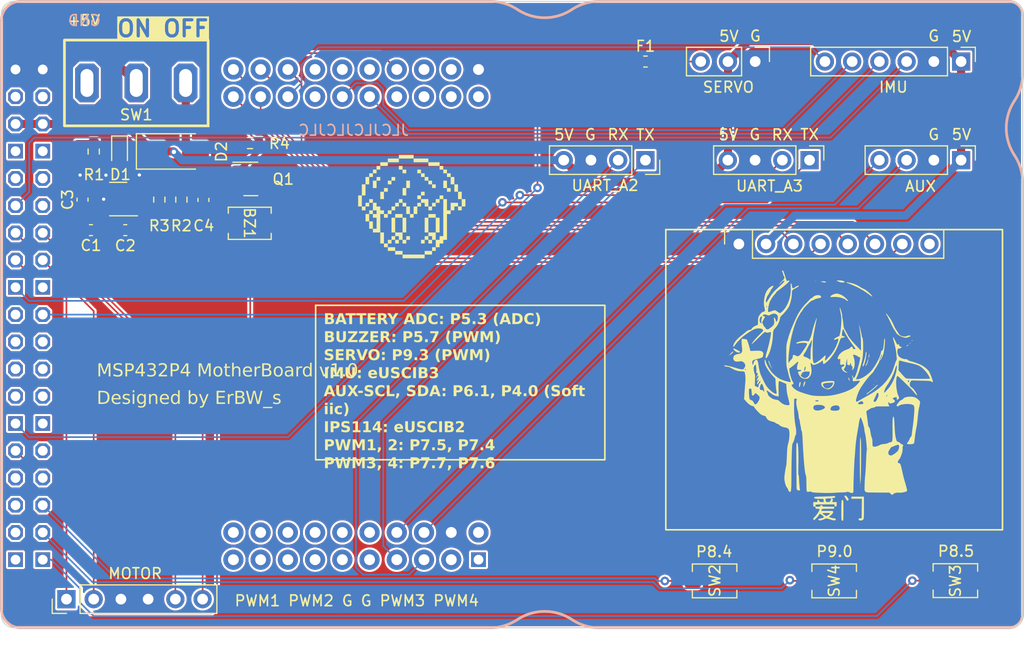
<source format=kicad_pcb>
(kicad_pcb (version 20221018) (generator pcbnew)
  (layers (0 "F.Cu" signal) (31 "B.Cu" signal) (34 "B.Paste" user) (35 "F.Paste" user) (36 "B.SilkS" user "B.Silkscreen") (37 "F.SilkS" user "F.Silkscreen") (38 "B.Mask" user) (39 "F.Mask" user) (44 "Edge.Cuts" user))
  (net 0 "")
  (net 1 "+3V3")
  (net 2 "Net-(BZ1-+)")
  (net 3 "GND")
  (net 4 "Net-(U1-NC)")
  (net 5 "/BATTERY")
  (net 6 "Net-(D1-A)")
  (net 7 "+5V")
  (net 8 "Net-(D2-A)")
  (net 9 "/SERVO")
  (net 10 "Net-(J1-Pin_3)")
  (net 11 "/PWM1")
  (net 12 "/DIR1")
  (net 13 "/PWM2")
  (net 14 "/DIR2")
  (net 15 "/A3_TX")
  (net 16 "/A3_RX")
  (net 17 "/IPS_SCL")
  (net 18 "/IPS_SDA")
  (net 19 "/IPS_RES")
  (net 20 "/IPS_DC")
  (net 21 "/IPS_CS")
  (net 23 "/A2_TX")
  (net 24 "/A2_RX")
  (net 25 "/IMU_SPC")
  (net 26 "/IMU_SDI")
  (net 27 "/IMU_SDO")
  (net 28 "/IMU_CS")
  (net 29 "/AUX_SCL")
  (net 30 "/AUX_SDA")
  (net 31 "/BUZZER")
  (net 32 "VBUS")
  (net 59 "/ENCODER_A")
  (net 61 "/ENCODER_B")
  (net 63 "/KEY_CENTER")
  (footprint "Connector_PinSocket_2.54mm:PinSocket_1x04_P2.54mm_Vertical" (layer "F.Cu") (at 161.1884 85.8474 -90)
    (fp_text reference "J5" hide)
    (fp_text value "Conn_01x04")
    (pad "1" thru_hole rect (at 0 0 270) (size 1.7 1.7) (drill 1) (layers "*.Cu" "*.Mask") (net 23 "/A2_TX"))
    (pad "2" thru_hole oval (at 0 2.54 270) (size 1.7 1.7) (drill 1) (layers "*.Cu" "*.Mask") (net 24 "/A2_RX"))
    (pad "3" thru_hole oval (at 0 5.08 270) (size 1.7 1.7) (drill 1) (layers "*.Cu" "*.Mask") (net 3 "GND"))
    (pad "4" thru_hole oval (at 0 7.62 270) (size 1.7 1.7) (drill 1) (layers "*.Cu" "*.Mask") (net 7 "+5V"))
  )
  (footprint "ErBW_s:Elysia" (layer "F.Cu") (at 179.2224 107.696)
    (fp_text reference "G***" hide)
    (fp_text value "LOGO" hide)
  )
  (footprint "Resistor_SMD:R_0603_1608Metric" (layer "F.Cu") (at 115.8494 89.5304 -90)
    (fp_text reference "R2" (at 2.4384 -2.0574 -180) (layer "F.SilkS"))
    (fp_text value "10K")
    (pad "1" smd roundrect (at -0.825 0 270) (size 0.8 0.95) (layers "F.Cu" "F.Paste" "F.Mask") (net 7 "+5V"))
    (pad "2" smd roundrect (at 0.825 0 270) (size 0.8 0.95) (layers "F.Cu" "F.Paste" "F.Mask") (net 5 "/BATTERY"))
  )
  (footprint "Package_TO_SOT_SMD:SOT-23-5" (layer "F.Cu") (at 112.014 89.4796 180)
    (fp_text reference "U1" hide)
    (fp_text value "RT9013-33GB")
    (pad "1" smd roundrect (at -1.1375 -0.95 180) (size 1.325 0.6) (layers "F.Cu" "F.Paste" "F.Mask") (net 7 "+5V"))
    (pad "2" smd roundrect (at -1.1375 0 180) (size 1.325 0.6) (layers "F.Cu" "F.Paste" "F.Mask") (net 3 "GND"))
    (pad "3" smd roundrect (at -1.1375 0.95 180) (size 1.325 0.6) (layers "F.Cu" "F.Paste" "F.Mask") (net 7 "+5V"))
    (pad "4" smd roundrect (at 1.1375 0.95 180) (size 1.325 0.6) (layers "F.Cu" "F.Paste" "F.Mask") (net 4 "Net-(U1-NC)"))
    (pad "5" smd roundrect (at 1.1375 -0.95 180) (size 1.325 0.6) (layers "F.Cu" "F.Paste" "F.Mask") (net 1 "+3V3"))
  )
  (footprint "Connector_PinSocket_2.54mm:PinSocket_1x08_P2.54mm_Vertical" (layer "F.Cu") (at 169.9006 93.6706 90)
    (fp_text reference "J4" hide)
    (fp_text value "Conn_01x08")
    (pad "1" thru_hole rect (at 0 0 90) (size 1.7 1.7) (drill 1) (layers "*.Cu" "*.Mask") (net 3 "GND"))
    (pad "2" thru_hole oval (at 0 2.54 90) (size 1.7 1.7) (drill 1) (layers "*.Cu" "*.Mask") (net 7 "+5V"))
    (pad "3" thru_hole oval (at 0 5.08 90) (size 1.7 1.7) (drill 1) (layers "*.Cu" "*.Mask") (net 17 "/IPS_SCL"))
    (pad "4" thru_hole oval (at 0 7.62 90) (size 1.7 1.7) (drill 1) (layers "*.Cu" "*.Mask") (net 18 "/IPS_SDA"))
    (pad "5" thru_hole oval (at 0 10.16 90) (size 1.7 1.7) (drill 1) (layers "*.Cu" "*.Mask") (net 19 "/IPS_RES"))
    (pad "6" thru_hole oval (at 0 12.7 90) (size 1.7 1.7) (drill 1) (layers "*.Cu" "*.Mask") (net 20 "/IPS_DC"))
    (pad "7" thru_hole oval (at 0 15.24 90) (size 1.7 1.7) (drill 1) (layers "*.Cu" "*.Mask") (net 21 "/IPS_CS"))
    (pad "8" thru_hole oval (at 0 17.78 90) (size 1.7 1.7) (drill 1) (layers "*.Cu" "*.Mask"))
  )
  (footprint "Connector_PinHeader_2.54mm:PinHeader_1x04_P2.54mm_Vertical" (layer "F.Cu") (at 190.627 85.8474 -90)
    (fp_text reference "J7" hide)
    (fp_text value "Conn_01x04")
    (pad "1" thru_hole rect (at 0 0 270) (size 1.7 1.7) (drill 1) (layers "*.Cu" "*.Mask") (net 7 "+5V"))
    (pad "2" thru_hole oval (at 0 2.54 270) (size 1.7 1.7) (drill 1) (layers "*.Cu" "*.Mask") (net 3 "GND"))
    (pad "3" thru_hole oval (at 0 5.08 270) (size 1.7 1.7) (drill 1) (layers "*.Cu" "*.Mask") (net 29 "/AUX_SCL"))
    (pad "4" thru_hole oval (at 0 7.62 270) (size 1.7 1.7) (drill 1) (layers "*.Cu" "*.Mask") (net 30 "/AUX_SDA"))
  )
  (footprint "Connector_PinHeader_2.54mm:PinHeader_1x06_P2.54mm_Vertical" (layer "F.Cu") (at 190.626999 76.6526 -90)
    (fp_text reference "J6" hide)
    (fp_text value "Conn_01x06")
    (pad "1" thru_hole rect (at 0 0 270) (size 1.7 1.7) (drill 1) (layers "*.Cu" "*.Mask") (net 7 "+5V"))
    (pad "2" thru_hole oval (at 0 2.54 270) (size 1.7 1.7) (drill 1) (layers "*.Cu" "*.Mask") (net 3 "GND"))
    (pad "3" thru_hole oval (at 0 5.08 270) (size 1.7 1.7) (drill 1) (layers "*.Cu" "*.Mask") (net 25 "/IMU_SPC"))
    (pad "4" thru_hole oval (at 0 7.62 270) (size 1.7 1.7) (drill 1) (layers "*.Cu" "*.Mask") (net 26 "/IMU_SDI"))
    (pad "5" thru_hole oval (at 0 10.16 270) (size 1.7 1.7) (drill 1) (layers "*.Cu" "*.Mask") (net 27 "/IMU_SDO"))
    (pad "6" thru_hole oval (at 0 12.7 270) (size 1.7 1.7) (drill 1) (layers "*.Cu" "*.Mask") (net 28 "/IMU_CS"))
  )
  (footprint "Resistor_SMD:R_0603_1608Metric" (layer "F.Cu") (at 124.3076 84.2472 180)
    (property "Reference" "R?")
    (property "Value" "5K1")
    (fp_text reference "R4" (at -2.7432 -0.0508) (layer "F.SilkS"))
    (fp_text value "10K")
    (pad "1" smd roundrect (at -0.825 0 180) (size 0.8 0.95) (layers "F.Cu" "F.Paste" "F.Mask") (net 31 "/BUZZER"))
    (pad "2" smd roundrect (at 0.825 0 180) (size 0.8 0.95) (layers "F.Cu" "F.Paste" "F.Mask") (net 3 "GND"))
  )
  (footprint "Resistor_SMD:R_0603_1608Metric" (layer "F.Cu") (at 109.73 85.045 -90)
    (fp_text reference "R1" (at 2.159 -0.0254 -180) (layer "F.SilkS"))
    (fp_text value "5K1")
    (pad "1" smd roundrect (at -0.825 0 270) (size 0.8 0.95) (layers "F.Cu" "F.Paste" "F.Mask") (net 1 "+3V3"))
    (pad "2" smd roundrect (at 0.825 0 270) (size 0.8 0.95) (layers "F.Cu" "F.Paste" "F.Mask") (net 6 "Net-(D1-A)"))
  )
  (footprint "Connector_PinHeader_2.54mm:PinHeader_1x06_P2.54mm_Vertical" (layer "F.Cu") (at 107.188 126.7922 90)
    (fp_text reference "J2" hide)
    (fp_text value "Conn_01x06")
    (pad "1" thru_hole rect (at 0 0 90) (size 1.7 1.7) (drill 1) (layers "*.Cu" "*.Mask") (net 11 "/PWM1"))
    (pad "2" thru_hole oval (at 0 2.54 90) (size 1.7 1.7) (drill 1) (layers "*.Cu" "*.Mask") (net 12 "/DIR1"))
    (pad "3" thru_hole oval (at 0 5.08 90) (size 1.7 1.7) (drill 1) (layers "*.Cu" "*.Mask") (net 3 "GND"))
    (pad "4" thru_hole oval (at 0 7.62 90) (size 1.7 1.7) (drill 1) (layers "*.Cu" "*.Mask") (net 3 "GND"))
    (pad "5" thru_hole oval (at 0 10.16 90) (size 1.7 1.7) (drill 1) (layers "*.Cu" "*.Mask") (net 13 "/PWM2"))
    (pad "6" thru_hole oval (at 0 12.7 90) (size 1.7 1.7) (drill 1) (layers "*.Cu" "*.Mask") (net 14 "/DIR2"))
  )
  (footprint "ErBW_s:ErBW_s_1x1cm" (layer "F.Cu") (at 139.3952 90.17)
    (fp_text reference "G***" hide)
    (fp_text value "LOGO" hide)
  )
  (footprint "ErBW_s:BUTTON_3x4" (layer "F.Cu") (at 167.64 125.0904)
    (fp_text reference "SW2" (at 0.0254 -0.0254 90 unlocked) (layer "F.SilkS"))
    (fp_text value "3x4")
    (pad "1" smd roundrect (at -2.035 0) (size 1.53 1.36) (layers "F.Cu" "F.Paste" "F.Mask") (net 59 "/ENCODER_A"))
    (pad "2" smd roundrect (at 2.035 0) (size 1.53 1.36) (layers "F.Cu" "F.Paste" "F.Mask") (net 3 "GND"))
  )
  (footprint "Diode_SMD:D_SMA" (layer "F.Cu") (at 117.221 85.0346)
    (fp_text reference "D2" (at 4.4196 0.0254 -90) (layer "F.SilkS"))
    (fp_text value "1N4148W")
    (pad "1" smd roundrect (at -2 0) (size 2.5 1.8) (layers "F.Cu" "F.Paste" "F.Mask") (roundrect_rratio 0.1388888889) (net 7 "+5V"))
    (pad "2" smd roundrect (at 2 0) (size 2.5 1.8) (layers "F.Cu" "F.Paste" "F.Mask") (roundrect_rratio 0.1388888889) (net 8 "Net-(D2-A)"))
  )
  (footprint "ErBW_s:SPDT_MTS_102" (layer "F.Cu") (at 113.7 78.65 180)
    (fp_text reference "SW1" (at 0 -2.9718 unlocked) (layer "F.SilkS"))
    (fp_text value "SW_SPDT")
    (pad "1" thru_hole roundrect (at -4.6 0 180) (size 2.2 3.6) (drill oval 1.2 2.6) (layers "*.Cu" "*.Mask") (roundrect_rratio 0) (chamfer_ratio 0.2) (chamfer top_left top_right bottom_left bottom_right) (net 8 "Net-(D2-A)"))
    (pad "2" thru_hole roundrect (at 0 0 180) (size 2.2 3.6) (drill oval 1.2 2.6) (layers "*.Cu" "*.Mask") (roundrect_rratio 0) (chamfer_ratio 0.2) (chamfer top_left top_right bottom_left bottom_right) (net 32 "VBUS"))
    (pad "3" thru_hole roundrect (at 4.6 0 180) (size 2.2 3.6) (drill oval 1.2 2.6) (layers "*.Cu" "*.Mask") (roundrect_rratio 0) (chamfer_ratio 0.2) (chamfer top_left top_right bottom_left bottom_right))
  )
  (footprint "Resistor_SMD:R_0603_1608Metric" (layer "F.Cu") (at 117.9068 89.5304 90)
    (fp_text reference "R3" (at -2.4384 -2.0574 180) (layer "F.SilkS"))
    (fp_text value "1K")
    (pad "1" smd roundrect (at -0.825 0 90) (size 0.8 0.95) (layers "F.Cu" "F.Paste" "F.Mask") (net 5 "/BATTERY"))
    (pad "2" smd roundrect (at 0.825 0 90) (size 0.8 0.95) (layers "F.Cu" "F.Paste" "F.Mask") (net 3 "GND"))
  )
  (footprint "ErBW_s:BUTTON_3x4" (layer "F.Cu") (at 178.7906 125.0904)
    (fp_text reference "SW4" (at 0 0 90 unlocked) (layer "F.SilkS"))
    (fp_text value "3x4")
    (pad "1" smd roundrect (at -2.035 0) (size 1.53 1.36) (layers "F.Cu" "F.Paste" "F.Mask") (net 63 "/KEY_CENTER"))
    (pad "2" smd roundrect (at 2.035 0) (size 1.53 1.36) (layers "F.Cu" "F.Paste" "F.Mask") (net 3 "GND"))
  )
  (footprint "Connector_PinHeader_2.54mm:PinHeader_1x04_P2.54mm_Vertical" (layer "F.Cu") (at 176.4946 85.8474 -90)
    (fp_text reference "J3" hide)
    (fp_text value "Conn_01x04")
    (pad "1" thru_hole rect (at 0 0 270) (size 1.7 1.7) (drill 1) (layers "*.Cu" "*.Mask") (net 15 "/A3_TX"))
    (pad "2" thru_hole oval (at 0 2.54 270) (size 1.7 1.7) (drill 1) (layers "*.Cu" "*.Mask") (net 16 "/A3_RX"))
    (pad "3" thru_hole oval (at 0 5.08 270) (size 1.7 1.7) (drill 1) (layers "*.Cu" "*.Mask") (net 3 "GND"))
    (pad "4" thru_hole oval (at 0 7.62 270) (size 1.7 1.7) (drill 1) (layers "*.Cu" "*.Mask") (net 7 "+5V"))
  )
  (footprint "Connector_PinHeader_2.54mm:PinHeader_1x03_P2.54mm_Vertical" (layer "F.Cu") (at 171.4246 76.6526 -90)
    (fp_text reference "J1" hide)
    (fp_text value "SERVO")
    (pad "1" thru_hole rect (at 0 0 270) (size 1.7 1.7) (drill 1) (layers "*.Cu" "*.Mask") (net 3 "GND"))
    (pad "2" thru_hole oval (at 0 2.54 270) (size 1.7 1.7) (drill 1) (layers "*.Cu" "*.Mask") (net 7 "+5V"))
    (pad "3" thru_hole oval (at 0 5.08 270) (size 1.7 1.7) (drill 1) (layers "*.Cu" "*.Mask") (net 10 "Net-(J1-Pin_3)"))
  )
  (footprint "Capacitor_SMD:C_0603_1608Metric" (layer "F.Cu") (at 108.6866 89.5304 -90)
    (fp_text reference "C3" (at 0 1.397 90) (layer "F.SilkS"))
    (fp_text value "10nF")
    (pad "1" smd roundrect (at -0.775 0 270) (size 0.9 0.95) (layers "F.Cu" "F.Paste" "F.Mask") (net 4 "Net-(U1-NC)"))
    (pad "2" smd roundrect (at 0.775 0 270) (size 0.9 0.95) (layers "F.Cu" "F.Paste" "F.Mask") (net 3 "GND"))
  )
  (footprint "ErBW_s:DET-402-G-1" (layer "F.Cu") (at 124.2822 91.7402 180)
    (fp_text reference "BZ1" (at 0.0254 0.0254 270 unlocked) (layer "F.SilkS"))
    (fp_text value "Buzzer")
    (pad "1" smd roundrect (at 2 0 270) (size 1.6 0.8) (layers "F.Cu" "F.Paste" "F.Mask") (net 1 "+3V3"))
    (pad "2" smd roundrect (at -2 0 270) (size 1.6 0.8) (layers "F.Cu" "F.Paste" "F.Mask") (net 2 "Net-(BZ1-+)"))
  )
  (footprint "Capacitor_SMD:C_0603_1608Metric" (layer "F.Cu") (at 109.474 92.3752 180)
    (fp_text reference "C1" (at 0 -1.43) (layer "F.SilkS"))
    (fp_text value "100nF")
    (pad "1" smd roundrect (at -0.775 0 180) (size 0.9 0.95) (layers "F.Cu" "F.Paste" "F.Mask") (net 1 "+3V3"))
    (pad "2" smd roundrect (at 0.775 0 180) (size 0.9 0.95) (layers "F.Cu" "F.Paste" "F.Mask") (net 3 "GND"))
  )
  (footprint "ErBW_s:BUTTON_3x4" (layer "F.Cu") (at 190.0936 125.065)
    (fp_text reference "SW3" (at 0 0.0254 90 unlocked) (layer "F.SilkS"))
    (fp_text value "3x4")
    (pad "1" smd roundrect (at -2.035 0) (size 1.53 1.36) (layers "F.Cu" "F.Paste" "F.Mask") (net 61 "/ENCODER_B"))
    (pad "2" smd roundrect (at 2.035 0) (size 1.53 1.36) (layers "F.Cu" "F.Paste" "F.Mask") (net 3 "GND"))
  )
  (footprint "Capacitor_SMD:C_0603_1608Metric" (layer "F.Cu") (at 119.9642 89.5558 -90)
    (fp_text reference "C4" (at 2.413 -0.0254 -180) (layer "F.SilkS"))
    (fp_text value "10uF")
    (pad "1" smd roundrect (at -0.775 0 270) (size 0.9 0.95) (layers "F.Cu" "F.Paste" "F.Mask") (net 3 "GND"))
    (pad "2" smd roundrect (at 0.775 0 270) (size 0.9 0.95) (layers "F.Cu" "F.Paste" "F.Mask") (net 5 "/BATTERY"))
  )
  (footprint "Capacitor_SMD:C_0603_1608Metric" (layer "F.Cu") (at 112.6744 92.3752)
    (fp_text reference "C2" (at 0 1.4478) (layer "F.SilkS"))
    (fp_text value "10uF")
    (pad "1" smd roundrect (at -0.775 0) (size 0.9 0.95) (layers "F.Cu" "F.Paste" "F.Mask") (net 1 "+3V3"))
    (pad "2" smd roundrect (at 0.775 0) (size 0.9 0.95) (layers "F.Cu" "F.Paste" "F.Mask") (net 3 "GND"))
  )
  (footprint "Fuse:Fuse_0603_1608Metric" (layer "F.Cu") (at 161.1884 76.6526)
    (fp_text reference "F1" (at 0 -1.43) (layer "F.SilkS"))
    (fp_text value "500mA")
    (pad "1" smd roundrect (at -0.7875 0) (size 0.875 0.95) (layers "F.Cu" "F.Paste" "F.Mask") (net 9 "/SERVO"))
    (pad "2" smd roundrect (at 0.7875 0) (size 0.875 0.95) (layers "F.Cu" "F.Paste" "F.Mask") (net 10 "Net-(J1-Pin_3)"))
  )
  (footprint "Package_TO_SOT_SMD:SOT-23" (layer "F.Cu") (at 124.3838 87.6)
    (fp_text reference "Q1" (at 3.0226 0.0254) (layer "F.SilkS"))
    (fp_text value "S8050")
    (pad "1" smd roundrect (at -0.9375 -0.95) (size 1.475 0.6) (layers "F.Cu" "F.Paste" "F.Mask") (net 31 "/BUZZER"))
    (pad "2" smd roundrect (at -0.9375 0.95) (size 1.475 0.6) (layers "F.Cu" "F.Paste" "F.Mask") (net 3 "GND"))
    (pad "3" smd roundrect (at 0.9375 0) (size 1.475 0.6) (layers "F.Cu" "F.Paste" "F.Mask") (net 2 "Net-(BZ1-+)"))
  )
  (footprint "LED_SMD:LED_0603_1608Metric" (layer "F.Cu") (at 112.14 85.0825 -90)
    (fp_text reference "D1" (at 2.1082 -0.0762 -180) (layer "F.SilkS"))
    (fp_text value "LED")
    (pad "1" smd roundrect (at -0.7875 0 270) (size 0.875 0.95) (layers "F.Cu" "F.Paste" "F.Mask") (net 3 "GND"))
    (pad "2" smd roundrect (at 0.7875 0 270) (size 0.875 0.95) (layers "F.Cu" "F.Paste" "F.Mask") (net 6 "Net-(D1-A)"))
  )
  (footprint "ErBW_s:MSP-EXP432P401R" (layer "B.Cu") (at 120.802419 100.88714 90)
    (fp_text reference "U2" hide)
    (fp_text value "MSP-EXP432P401R")
    (pad "1" thru_hole rect (at -22.225 24.8158 90) (size 1.3716 1.3716) (drill 0.9144) (layers "*.Cu" "*.Mask"))
    (pad "2" thru_hole circle (at -22.225 22.2758 90) (size 1.8796 1.8796) (drill 1.016) (layers "*.Cu" "*.Mask"))
    (pad "3" thru_hole circle (at -22.225 19.7358 90) (size 1.8796 1.8796) (drill 1.016) (layers "*.Cu" "*.Mask") (net 24 "/A2_RX"))
    (pad "4" thru_hole circle (at -22.225 17.1958 90) (size 1.8796 1.8796) (drill 1.016) (layers "*.Cu" "*.Mask") (net 23 "/A2_TX"))
    (pad "5" thru_hole circle (at -22.225 14.6558 90) (size 1.8796 1.8796) (drill 1.016) (layers "*.Cu" "*.Mask"))
    (pad "6" thru_hole circle (at -22.225 12.1158 90) (size 1.8796 1.8796) (drill 1.016) (layers "*.Cu" "*.Mask"))
    (pad "7" thru_hole circle (at -22.225 9.5758 90) (size 1.8796 1.8796) (drill 1.016) (layers "*.Cu" "*.Mask"))
    (pad "8" thru_hole circle (at -22.225 7.0358 90) (size 1.8796 1.8796) (drill 1.016) (layers "*.Cu" "*.Mask"))
    (pad "9" thru_hole circle (at -22.225 4.4958 90) (size 1.8796 1.8796) (drill 1.016) (layers "*.Cu" "*.Mask"))
    (pad "10" thru_hole circle (at -22.225 1.9558 90) (size 1.8796 1.8796) (drill 1.016) (layers "*.Cu" "*.Mask"))
    (pad "11" thru_hole circle (at 23.495 1.9558 90) (size 1.8796 1.8796) (drill 1.016) (layers "*.Cu" "*.Mask") (net 18 "/IPS_SDA"))
    (pad "12" thru_hole circle (at 23.495 4.4958 90) (size 1.8796 1.8796) (drill 1.016) (layers "*.Cu" "*.Mask") (net 19 "/IPS_RES"))
    (pad "13" thru_hole circle (at 23.495 7.0358 90) (size 1.8796 1.8796) (drill 1.016) (layers "*.Cu" "*.Mask") (net 20 "/IPS_DC"))
    (pad "14" thru_hole circle (at 23.495 9.5758 90) (size 1.8796 1.8796) (drill 1.016) (layers "*.Cu" "*.Mask"))
    (pad "15" thru_hole circle (at 23.495 12.1158 90) (size 1.8796 1.8796) (drill 1.016) (layers "*.Cu" "*.Mask"))
    (pad "16" thru_hole circle (at 23.495 14.6558 90) (size 1.8796 1.8796) (drill 1.016) (layers "*.Cu" "*.Mask"))
    (pad "17" thru_hole circle (at 23.495 17.1958 90) (size 1.8796 1.8796) (drill 1.016) (layers "*.Cu" "*.Mask") (net 31 "/BUZZER"))
    (pad "18" thru_hole circle (at 23.495 19.7358 90) (size 1.8796 1.8796) (drill 1.016) (layers "*.Cu" "*.Mask"))
    (pad "19" thru_hole circle (at 23.495 22.2758 90) (size 1.8796 1.8796) (drill 1.016) (layers "*.Cu" "*.Mask"))
    (pad "20" thru_hole circle (at 23.495 24.8158 90) (size 1.8796 1.8796) (drill 1.016) (layers "*.Cu" "*.Mask") (net 3 "GND"))
    (pad "21" thru_hole circle (at -19.685 24.8158 90) (size 1.8796 1.8796) (drill 1.016) (layers "*.Cu" "*.Mask"))
    (pad "22" thru_hole circle (at -19.685 22.2758 90) (size 1.8796 1.8796) (drill 1.016) (layers "*.Cu" "*.Mask") (net 3 "GND"))
    (pad "23" thru_hole circle (at -19.685 19.7358 90) (size 1.8796 1.8796) (drill 1.016) (layers "*.Cu" "*.Mask") (net 29 "/AUX_SCL"))
    (pad "24" thru_hole circle (at -19.685 17.1958 90) (size 1.8796 1.8796) (drill 1.016) (layers "*.Cu" "*.Mask") (net 30 "/AUX_SDA"))
    (pad "25" thru_hole circle (at -19.685 14.6558 90) (size 1.8796 1.8796) (drill 1.016) (layers "*.Cu" "*.Mask"))
    (pad "26" thru_hole circle (at -19.685 12.1158 90) (size 1.8796 1.8796) (drill 1.016) (layers "*.Cu" "*.Mask"))
    (pad "27" thru_hole circle (at -19.685 9.5758 90) (size 1.8796 1.8796) (drill 1.016) (layers "*.Cu" "*.Mask"))
    (pad "28" thru_hole circle (at -19.685 7.0358 90) (size 1.8796 1.8796) (drill 1.016) (layers "*.Cu" "*.Mask"))
    (pad "29" thru_hole circle (at -19.685 4.4958 90) (size 1.8796 1.8796) (drill 1.016) (layers "*.Cu" "*.Mask"))
    (pad "30" thru_hole circle (at -19.685 1.9558 90) (size 1.8796 1.8796) (drill 1.016) (layers "*.Cu" "*.Mask"))
    (pad "31" thru_hole circle (at 20.955 1.9558 90) (size 1.8796 1.8796) (drill 1.016) (layers "*.Cu" "*.Mask") (net 21 "/IPS_CS"))
    (pad "32" thru_hole circle (at 20.955 4.4958 90) (size 1.8796 1.8796) (drill 1.016) (layers "*.Cu" "*.Mask") (net 17 "/IPS_SCL"))
    (pad "33" thru_hole circle (at 20.955 7.0358 90) (size 1.8796 1.8796) (drill 1.016) (layers "*.Cu" "*.Mask") (net 28 "/IMU_CS"))
    (pad "34" thru_hole circle (at 20.955 9.5758 90) (size 1.8796 1.8796) (drill 1.016) (layers "*.Cu" "*.Mask"))
    (pad "35" thru_hole circle (at 20.955 12.1158 90) (size 1.8796 1.8796) (drill 1.016) (layers "*.Cu" "*.Mask") (net 27 "/IMU_SDO"))
    (pad "36" thru_hole circle (at 20.955 14.6558 90) (size 1.8796 1.8796) (drill 1.016) (layers "*.Cu" "*.Mask") (net 26 "/IMU_SDI"))
    (pad "37" thru_hole circle (at 20.955 17.1958 90) (size 1.8796 1.8796) (drill 1.016) (layers "*.Cu" "*.Mask"))
    (pad "38" thru_hole circle (at 20.955 19.7358 90) (size 1.8796 1.8796) (drill 1.016) (layers "*.Cu" "*.Mask"))
    (pad "39" thru_hole circle (at 20.955 22.2758 90) (size 1.8796 1.8796) (drill 1.016) (layers "*.Cu" "*.Mask"))
    (pad "40" thru_hole circle (at 20.955 24.8158 90) (size 1.8796 1.8796) (drill 1.016) (layers "*.Cu" "*.Mask"))
    (pad "41" thru_hole rect (at -22.225 -18.3642 90) (size 1.3716 1.3716) (drill 0.9144) (layers "*.Cu" "*.Mask"))
    (pad "42" thru_hole rect (at -22.225 -15.8242 90) (size 1.3716 1.3716) (drill 0.9144) (layers "*.Cu" "*.Mask") (net 61 "/ENCODER_B"))
    (pad "43" thru_hole roundrect (at -19.685 -18.3642 90) (size 1.3716 1.3716) (drill 0.9144) (layers "*.Cu" "*.Mask") (chamfer_ratio 0.25) (chamfer top_left top_right bottom_left bottom_right))
    (pad "44" thru_hole roundrect (at -19.685 -15.8242 90) (size 1.3716 1.3716) (drill 0.9144) (layers "*.Cu" "*.Mask") (chamfer_ratio 0.25) (chamfer top_left top_right bottom_left bottom_right) (net 63 "/KEY_CENTER"))
    (pad "45" thru_hole roundrect (at -17.145 -18.3642 90) (size 1.3716 1.3716) (drill 0.9144) (layers "*.Cu" "*.Mask") (chamfer_ratio 0.25) (chamfer top_left top_right bottom_left bottom_right))
    (pad "46" thru_hole roundrect (at -17.145 -15.8242 90) (size 1.3716 1.3716) (drill 0.9144) (layers "*.Cu" "*.Mask") (chamfer_ratio 0.25) (chamfer top_left top_right bottom_left bottom_right) (net 59 "/ENCODER_A"))
    (pad "47" thru_hole roundrect (at -14.605 -18.3642 90) (size 1.3716 1.3716) (drill 0.9144) (layers "*.Cu" "*.Mask") (chamfer_ratio 0.25) (chamfer top_left top_right bottom_left bottom_right))
    (pad "48" thru_hole roundrect (at -14.605 -15.8242 90) (size 1.3716 1.3716) (drill 0.9144) (layers "*.Cu" "*.Mask") (chamfer_ratio 0.25) (chamfer top_left top_right bottom_left bottom_right))
    (pad "49" thru_hole roundrect (at -12.065 -18.3642 90) (size 1.3716 1.3716) (drill 0.9144) (layers "*.Cu" "*.Mask") (chamfer_ratio 0.25) (chamfer top_left top_right bottom_left bottom_right) (net 5 "/BATTERY"))
    (pad "50" thru_hole roundrect (at -12.065 -15.8242 90) (size 1.3716 1.3716) (drill 0.9144) (layers "*.Cu" "*.Mask") (chamfer_ratio 0.25) (chamfer top_left top_right bottom_left bottom_right))
    (pad "51" thru_hole rect (at -9.525 -18.3642 90) (size 1.3716 1.3716) (drill 0.9144) (layers "*.Cu" "*.Mask") (net 9 "/SERVO"))
    (pad "52" thru_hole rect (at -9.525 -15.8242 90) (size 1.3716 1.3716) (drill 0.9144) (layers "*.Cu" "*.Mask"))
    (pad "53" thru_hole roundrect (at -6.985 -18.3642 90) (size 1.3716 1.3716) (drill 0.9144) (layers "*.Cu" "*.Mask") (chamfer_ratio 0.25) (chamfer top_left top_right bottom_left bottom_right))
    (pad "54" thru_hole roundrect (at -6.985 -15.8242 90) (size 1.3716 1.3716) (drill 0.9144) (layers "*.Cu" "*.Mask") (chamfer_ratio 0.25) (chamfer top_left top_right bottom_left bottom_right))
    (pad "55" thru_hole roundrect (at -4.445 -18.3642 90) (size 1.3716 1.3716) (drill 0.9144) (layers "*.Cu" "*.Mask") (chamfer_ratio 0.25) (chamfer top_left top_right bottom_left bottom_right))
    (pad "56" thru_hole roundrect (at -4.445 -15.8242 90) (size 1.3716 1.3716) (drill 0.9144) (layers "*.Cu" "*.Mask") (chamfer_ratio 0.25) (chamfer top_left top_right bottom_left bottom_right))
    (pad "57" thru_hole roundrect (at -1.905 -18.3642 90) (size 1.3716 1.3716) (drill 0.9144) (layers "*.Cu" "*.Mask") (chamfer_ratio 0.25) (chamfer top_left top_right bottom_left bottom_right))
    (pad "58" thru_hole roundrect (at -1.905 -15.8242 90) (size 1.3716 1.3716) (drill 0.9144) (layers "*.Cu" "*.Mask") (chamfer_ratio 0.25) (chamfer top_left top_right bottom_left bottom_right))
    (pad "59" thru_hole roundrect (at 0.635 -18.3642 90) (size 1.3716 1.3716) (drill 0.9144) (layers "*.Cu" "*.Mask") (chamfer_ratio 0.25) (chamfer top_left top_right bottom_left bottom_right))
    (pad "60" thru_hole roundrect (at 0.635 -15.8242 90) (size 1.3716 1.3716) (drill 0.9144) (layers "*.Cu" "*.Mask") (chamfer_ratio 0.25) (chamfer top_left top_right bottom_left bottom_right) (net 16 "/A3_RX"))
    (pad "61" thru_hole rect (at 3.175 -18.3642 90) (size 1.3716 1.3716) (drill 0.9144) (layers "*.Cu" "*.Mask") (net 15 "/A3_TX"))
    (pad "62" thru_hole rect (at 3.175 -15.8242 90) (size 1.3716 1.3716) (drill 0.9144) (layers "*.Cu" "*.Mask"))
    (pad "63" thru_hole roundrect (at 5.715 -18.3642 90) (size 1.3716 1.3716) (drill 0.9144) (layers "*.Cu" "*.Mask") (chamfer_ratio 0.25) (chamfer top_left top_right bottom_left bottom_right) (net 11 "/PWM1"))
    (pad "64" thru_hole roundrect (at 5.715 -15.8242 90) (size 1.3716 1.3716) (drill 0.9144) (layers "*.Cu" "*.Mask") (chamfer_ratio 0.25) (chamfer top_left top_right bottom_left bottom_right) (net 12 "/DIR1"))
    (pad "65" thru_hole roundrect (at 8.255 -18.3642 90) (size 1.3716 1.3716) (drill 0.9144) (layers "*.Cu" "*.Mask") (chamfer_ratio 0.25) (chamfer top_left top_right bottom_left bottom_right) (net 13 "/PWM2"))
    (pad "66" thru_hole roundrect (at 8.255 -15.8242 90) (size 1.3716 1.3716) (drill 0.9144) (layers "*.Cu" "*.Mask") (chamfer_ratio 0.25) (chamfer top_left top_right bottom_left bottom_right) (net 14 "/DIR2"))
    (pad "67" thru_hole roundrect (at 10.795 -18.3642 90) (size 1.3716 1.3716) (drill 0.9144) (layers "*.Cu" "*.Mask") (chamfer_ratio 0.25) (chamfer top_left top_right bottom_left bottom_right) (net 25 "/IMU_SPC"))
    (pad "68" thru_hole roundrect (at 10.795 -15.8242 90) (size 1.3716 1.3716) (drill 0.9144) (layers "*.Cu" "*.Mask") (chamfer_ratio 0.25) (chamfer top_left top_right bottom_left bottom_right))
    (pad "69" thru_hole roundrect (at 13.335 -18.3642 90) (size 1.3716 1.3716) (drill 0.9144) (layers "*.Cu" "*.Mask") (chamfer_ratio 0.25) (chamfer top_left top_right bottom_left bottom_right))
    (pad "70" thru_hole roundrect (at 13.335 -15.8242 90) (size 1.3716 1.3716) (drill 0.9144) (layers "*.Cu" "*.Mask") (chamfer_ratio 0.25) (chamfer top_left top_right bottom_left bottom_right))
    (pad "71" thru_hole rect (at 15.875 -18.3642 90) (size 1.3716 1.3716) (drill 0.9144) (layers "*.Cu" "*.Mask"))
    (pad "72" thru_hole rect (at 15.875 -15.8242 90) (size 1.3716 1.3716) (drill 0.9144) (layers "*.Cu" "*.Mask"))
    (pad "73" thru_hole roundrect (at 18.415 -18.3642 90) (size 1.3716 1.3716) (drill 0.9144) (layers "*.Cu" "*.Mask") (chamfer_ratio 0.25) (chamfer top_left top_right bottom_left bottom_right) (net 7 "+5V"))
    (pad "74" thru_hole roundrect (at 18.415 -15.8242 90) (size 1.3716 1.3716) (drill 0.9144) (layers "*.Cu" "*.Mask") (chamfer_ratio 0.25) (chamfer top_left top_right bottom_left bottom_right) (net 7 "+5V"))
    (pad "75" thru_hole roundrect (at 20.955 -18.3642 90) (size 1.3716 1.3716) (drill 0.9144) (layers "*.Cu" "*.Mask") (chamfer_ratio 0.25) (chamfer top_left top_right bottom_left bottom_right))
    (pad "76" thru_hole roundrect (at 20.955 -15.8242 90) (size 1.3716 1.3716) (drill 0.9144) (layers "*.Cu" "*.Mask") (chamfer_ratio 0.25) (chamfer top_left top_right bottom_left bottom_right))
    (pad "77" thru_hole roundrect (at 23.495 -18.3642 90) (size 1.3716 1.3716) (drill 0.9144) (layers "*.Cu" "*.Mask") (chamfer_ratio 0.25) (chamfer top_left top_right bottom_left bottom_right) (net 3 "GND"))
    (pad "78" thru_hole roundrect (at 23.495 -15.8242 90) (size 1.3716 1.3716) (drill 0.9144) (layers "*.Cu" "*.Mask") (chamfer_ratio 0.25) (chamfer top_left top_right bottom_left bottom_right) (net 3 "GND"))
  )
  (gr_rect (start 163.0878 92.3244) (end 194.4878 120.3244) (stroke (width 0.15)) (fill none) (layer "F.SilkS"))
  (gr_arc (start 196.366134 128.265404) (mid 196.044404 129.083397) (end 195.2498 129.4592) (stroke (width 0.1)) (layer "Edge.Cuts"))
  (gr_arc (start 101.118666 72.232996) (mid 101.440396 71.415003) (end 102.235 71.0392) (stroke (width 0.1)) (layer "Edge.Cuts"))
  (gr_line (start 195.173603 71.040466) (end 102.235 71.0392) (stroke (width 0.1)) (layer "Edge.Cuts"))
  (gr_line (start 102.311196 129.457934) (end 195.2498 129.4592) (stroke (width 0.1)) (layer "Edge.Cuts"))
  (gr_arc (start 195.173603 71.040466) (mid 195.991596 71.362196) (end 196.367399 72.1568) (stroke (width 0.1)) (layer "Edge.Cuts"))
  (gr_line (start 196.366134 128.265404) (end 196.367399 72.1568) (stroke (width 0.1)) (layer "Edge.Cuts"))
  (gr_line (start 101.118666 72.232996) (end 101.1174 128.3416) (stroke (width 0.1)) (layer "Edge.Cuts"))
  (gr_arc (start 102.311196 129.457934) (mid 101.493203 129.136204) (end 101.1174 128.3416) (stroke (width 0.1)) (layer "Edge.Cuts"))
  (gr_text "JLCJLCJLCJLC" (at 139.2174 83.6422) (layer "B.SilkS") (effects (font (size 1 1)) (justify left bottom mirror)))
  (gr_text "GND" (at 108.86 72.8218) (layer "B.SilkS") (effects (font (size 1 1)) (justify mirror)))
  (gr_text "PWM1 PWM2 G G PWM3 PWM4" (at 122.7836 127.5288) (layer "F.SilkS") (effects (font (size 1 1)) (justify left bottom)))
  (gr_text "G" (at 155.448 84.044) (layer "F.SilkS") (effects (font (size 1 1)) (justify left bottom)))
  (gr_text "RX" (at 157.5562 84.044) (layer "F.SilkS") (effects (font (size 1 1)) (justify left bottom)))
  (gr_text "MOTOR" (at 110.998 124.9888) (layer "F.SilkS") (effects (font (size 1 1)) (justify left bottom)))
  (gr_text "+5V" (at 107.17 73.406) (layer "F.SilkS") (effects (font (size 1 1)) (justify left bottom)))
  (gr_text "UART_A2" (at 154.2034 88.7938) (layer "F.SilkS") (effects (font (size 1 1)) (justify left bottom)))
  (gr_text "P8.5" (at 188.3664 122.906) (layer "F.SilkS") (effects (font (size 1 1)) (justify left bottom)))
  (gr_text "TX" (at 160.2232 84.0694) (layer "F.SilkS") (effects (font (size 1 1)) (justify left bottom)))
  (gr_text "UART_A3" (at 169.545 88.8446) (layer "F.SilkS") (effects (font (size 1 1)) (justify left bottom)))
  (gr_text "G" (at 187.4774 84.044) (layer "F.SilkS") (effects (font (size 1 1)) (justify left bottom)))
  (gr_text "P8.4" (at 165.8112 122.9568) (layer "F.SilkS") (effects (font (size 1 1)) (justify left bottom)))
  (gr_text "SERVO" (at 166.4462 79.6244) (layer "F.SilkS") (effects (font (size 1 1)) (justify left bottom)))
  (gr_text "RX" (at 172.8724 84.0694) (layer "F.SilkS") (effects (font (size 1 1)) (justify left bottom)))
  (gr_text "TX" (at 175.5394 84.044) (layer "F.SilkS") (effects (font (size 1 1)) (justify left bottom)))
  (gr_text "AUX" (at 185.3184 88.87) (layer "F.SilkS") (effects (font (size 1 1)) (justify left bottom)))
  (gr_text "IMU" (at 182.88 79.6244) (layer "F.SilkS") (effects (font (size 1 1)) (justify left bottom)))
  (gr_text "G" (at 170.7896 84.044) (layer "F.SilkS") (effects (font (size 1 1)) (justify left bottom)))
  (gr_text "ON OFF" (at 116.17 73.58) (layer "F.SilkS" knockout) (effects (font (size 1.5 1.5) (thickness 0.3) bold)))
  (gr_text "5V" (at 189.6618 74.9) (layer "F.SilkS") (effects (font (size 1 1)) (justify left bottom)))
  (gr_text "MSP432P4 MotherBoard v1.0" (at 110.0074 106.2228) (layer "F.SilkS") (effects (font (size 1.2 1.2)) (justify left bottom)))
  (gr_text "Designed by ErBW_s" (at 110.0074 108.7882) (layer "F.SilkS") (effects (font (size 1.2 1.2)) (justify left bottom)))
  (gr_text "P9.0" (at 177.038 122.9314) (layer "F.SilkS") (effects (font (size 1 1)) (justify left bottom)))
  (gr_text "G" (at 170.8404 74.8492) (layer "F.SilkS") (effects (font (size 1 1)) (justify left bottom)))
  (gr_text "5V" (at 167.9702 74.8746) (layer "F.SilkS") (effects (font (size 1 1)) (justify left bottom)))
  (gr_text "5V" (at 189.6618 84.044) (layer "F.SilkS") (effects (font (size 1 1)) (justify left bottom)))
  (gr_text "5V" (at 152.5778 84.0694) (layer "F.SilkS") (effects (font (size 1 1)) (justify left bottom)))
  (gr_text "G" (at 187.4774 74.8492) (layer "F.SilkS") (effects (font (size 1 1)) (justify left bottom)))
  (gr_text "5V" (at 167.9194 84.0694) (layer "F.SilkS") (effects (font (size 1 1)) (justify left bottom)))
  (gr_text_box "BATTERY ADC: P5.3 (ADC)\nBUZZER: P5.7 (PWM)\nSERVO: P9.3 (PWM)\nIMU: eUSCIB3\nAUX-SCL, SDA: P6.1, P4.0 (Soft iic)\nIPS114: eUSCIB2\nPWM1, 2: P7.5, P7.4\nPWM3, 4: P7.7, P7.6\n" (start 130.429 99.3902) (end 157.4038 113.792) (layer "F.SilkS") (effects (font (size 1 1) (thickness 0.2) bold) (justify left top)) (stroke (width 0.15)))
  (segment (start 120.7182 93.3042) (end 112.8284 93.3042) (width 0.508) (layer "F.Cu") (net 1))
  (segment (start 110.249 92.3752) (end 110.249 91.0571) (width 0.508) (layer "F.Cu") (net 1))
  (segment (start 122.2822 91.7402) (end 120.7182 93.3042) (width 0.508) (layer "F.Cu") (net 1))
  (segment (start 112.8284 93.3042) (end 111.8994 92.3752) (width 0.508) (layer "F.Cu") (net 1))
  (segment (start 110.249 91.0571) (end 110.8765 90.4296) (width 0.508) (layer "F.Cu") (net 1))
  (segment (start 107.44 92.76) (end 108.22 93.54) (width 0.508) (layer "F.Cu") (net 1))
  (segment (start 109.0842 93.54) (end 110.249 92.3752) (width 0.508) (layer "F.Cu") (net 1))
  (segment (start 108.22 93.54) (end 109.0842 93.54) (width 0.508) (layer "F.Cu") (net 1))
  (segment (start 110.249 92.3752) (end 111.8994 92.3752) (width 0.508) (layer "F.Cu") (net 1))
  (segment (start 107.44 85) (end 107.44 92.76) (width 0.508) (layer "F.Cu") (net 1))
  (segment (start 108.22 84.22) (end 107.44 85) (width 0.508) (layer "F.Cu") (net 1))
  (segment (start 109.73 84.22) (end 108.22 84.22) (width 0.508) (layer "F.Cu") (net 1))
  (segment (start 126.2822 88.5609) (end 125.3213 87.6) (width 0.508) (layer "F.Cu") (net 2))
  (segment (start 126.2822 91.7402) (end 126.2822 88.5609) (width 0.508) (layer "F.Cu") (net 2))
  (via (at 110.66 89.49) (size 0.508) (drill 0.3048) (layers "F.Cu" "B.Cu") (net 3))
  (via (at 113.99 87.23) (size 0.508) (drill 0.3048) (layers "F.Cu" "B.Cu") (net 3))
  (via (at 110.87 87.25) (size 0.508) (drill 0.3048) (layers "F.Cu" "B.Cu") (net 3))
  (via (at 108.46 87.24) (size 0.508) (drill 0.3048) (layers "F.Cu" "B.Cu") (net 3))
  (segment (start 110.8765 88.5296) (end 108.9124 88.5296) (width 0.508) (layer "F.Cu") (net 4))
  (segment (start 108.9124 88.5296) (end 108.6866 88.7554) (width 0.508) (layer "F.Cu") (net 4))
  (segment (start 120.67 128.12) (end 121.23 127.56) (width 0.1524) (layer "F.Cu") (net 5))
  (segment (start 121.23 127.56) (end 121.23 107.46) (width 0.1524) (layer "F.Cu") (net 5))
  (segment (start 124.33 104.36) (end 124.33 91.29) (width 0.1524) (layer "F.Cu") (net 5))
  (segment (start 124.33 91.29) (end 123.3708 90.3308) (width 0.1524) (layer "F.Cu") (net 5))
  (segment (start 121.23 107.46) (end 124.33 104.36) (width 0.1524) (layer "F.Cu") (net 5))
  (segment (start 102.438219 112.95214) (end 103.71 114.223921) (width 0.1524) (layer "F.Cu") (net 5))
  (segment (start 119.9642 90.3308) (end 115.874 90.3308) (width 0.508) (layer "F.Cu") (net 5))
  (segment (start 115.874 90.3308) (end 115.8494 90.3554) (width 0.508) (layer "F.Cu") (net 5))
  (segment (start 103.71 114.223921) (end 103.71 125.5666) (width 0.1524) (layer "F.Cu") (net 5))
  (segment (start 103.71 125.5666) (end 106.2634 128.12) (width 0.1524) (layer "F.Cu") (net 5))
  (segment (start 123.3708 90.3308) (end 119.9642 90.3308) (width 0.1524) (layer "F.Cu") (net 5))
  (segment (start 106.2634 128.12) (end 120.67 128.12) (width 0.1524) (layer "F.Cu") (net 5))
  (segment (start 112.14 85.87) (end 109.73 85.87) (width 0.508) (layer "F.Cu") (net 6))
  (segment (start 113.1515 88.5296) (end 112.584815 88.5296) (width 0.508) (layer "F.Cu") (net 7))
  (segment (start 188.724399 74.75) (end 190.626999 76.6526) (width 0.762) (layer "F.Cu") (net 7))
  (segment (start 115.221 85.0346) (end 117.1646 85.0346) (width 0.762) (layer "F.Cu") (net 7))
  (segment (start 112.65854 82.47214) (end 104.978219 82.47214) (width 0.762) (layer "F.Cu") (net 7))
  (segment (start 115.6736 88.5296) (end 115.8494 88.7054) (width 0.508) (layer "F.Cu") (net 7))
  (segment (start 104.978219 82.47214) (end 102.438219 82.47214) (width 0.762) (layer "F.Cu") (net 7))
  (segment (start 168.8746 85.8474) (end 166.852 87.87) (width 0.762) (layer "F.Cu") (net 7))
  (segment (start 166.852 87.87) (end 155.591 87.87) (width 0.762) (layer "F.Cu") (net 7))
  (segment (start 112.584815 88.5296) (end 112.035 89.079415) (width 0.508) (layer "F.Cu") (net 7))
  (segment (start 168.8846 85.8374) (end 168.8746 85.8474) (width 0.762) (layer "F.Cu") (net 7))
  (segment (start 115.8494 85.663) (end 115.221 85.0346) (width 0.762) (layer "F.Cu") (net 7))
  (segment (start 168.8846 76.6526) (end 170.7872 74.75) (width 0.762) (layer "F.Cu") (net 7))
  (segment (start 112.035 89.079415) (end 112.035 89.879785) (width 0.508) (layer "F.Cu") (net 7))
  (segment (start 112.584815 90.4296) (end 113.1515 90.4296) (width 0.508) (layer "F.Cu") (net 7))
  (segment (start 170.7872 74.75) (end 188.724399 74.75) (width 0.762) (layer "F.Cu") (net 7))
  (segment (start 168.8846 76.6526) (end 168.8846 85.8374) (width 0.762) (layer "F.Cu") (net 7))
  (segment (start 190.626999 76.6526) (end 190.627 85.8474) (width 0.762) (layer "F.Cu") (net 7))
  (segment (start 115.221 85.0346) (end 112.65854 82.47214) (width 0.762) (layer "F.Cu") (net 7))
  (segment (start 113.1515 88.5296) (end 115.6736 88.5296) (width 0.508) (layer "F.Cu") (net 7))
  (segment (start 155.591 87.87) (end 153.5684 85.8474) (width 0.762) (layer "F.Cu") (net 7))
  (segment (start 115.8494 88.7054) (end 115.8494 85.663) (width 0.762) (layer "F.Cu") (net 7))
  (segment (start 112.035 89.879785) (end 112.584815 90.4296) (width 0.508) (layer "F.Cu") (net 7))
  (segment (start 117.1646 85.0346) (end 117.21 85.08) (width 0.762) (layer "F.Cu") (net 7))
  (via (at 117.21 85.08) (size 0.8) (drill 0.4) (layers "F.Cu" "B.Cu") (net 7))
  (segment (start 185.4648 91.0096) (end 190.627 85.8474) (width 0.762) (layer "B.Cu") (net 7))
  (segment (start 175.1016 91.0096) (end 185.4648 91.0096) (width 0.762) (layer "B.Cu") (net 7))
  (segment (start 117.9774 85.8474) (end 117.21 85.08) (width 0.762) (layer "B.Cu") (net 7))
  (segment (start 172.4406 93.6706) (end 175.1016 91.0096) (width 0.762) (layer "B.Cu") (net 7))
  (segment (start 153.5684 85.8474) (end 117.9774 85.8474) (width 0.762) (layer "B.Cu") (net 7))
  (segment (start 118.3158 84.1294) (end 119.221 85.0346) (width 0.762) (layer "F.Cu") (net 8))
  (segment (start 118.3158 78.6658) (end 118.3158 84.1294) (width 0.762) (layer "F.Cu") (net 8))
  (segment (start 118.3 78.65) (end 118.3158 78.6658) (width 0.762) (layer "F.Cu") (net 8))
  (segment (start 151.12 80.65) (end 155.1174 76.6526) (width 0.1524) (layer "F.Cu") (net 9))
  (segment (start 151.12 88.4343) (end 151.12 80.65) (width 0.1524) (layer "F.Cu") (net 9))
  (segment (start 155.1174 76.6526) (end 160.4009 76.6526) (width 0.1524) (layer "F.Cu") (net 9))
  (via (at 151.12 88.4343) (size 0.8) (drill 0.4) (layers "F.Cu" "B.Cu") (net 9))
  (segment (start 127.866292 111.68) (end 103.706079 111.68) (width 0.1524) (layer "B.Cu") (net 9))
  (segment (start 151.12 88.4343) (end 151.111992 88.4343) (width 0.1524) (layer "B.Cu") (net 9))
  (segment (start 103.706079 111.68) (end 102.438219 110.41214) (width 0.1524) (layer "B.Cu") (net 9))
  (segment (start 151.111992 88.4343) (end 127.866292 111.68) (width 0.1524) (layer "B.Cu") (net 9))
  (segment (start 166.3446 76.6526) (end 161.9759 76.6526) (width 0.1524) (layer "F.Cu") (net 10))
  (segment (start 103.706079 96.44) (end 105.747711 96.44) (width 0.1524) (layer "F.Cu") (net 11))
  (segment (start 107.188 97.880289) (end 107.188 126.7922) (width 0.1524) (layer "F.Cu") (net 11))
  (segment (start 102.438219 95.17214) (end 103.706079 96.44) (width 0.1524) (layer "F.Cu") (net 11))
  (segment (start 105.747711 96.44) (end 107.188 97.880289) (width 0.1524) (layer "F.Cu") (net 11))
  (segment (start 104.978219 95.17214) (end 109.728 99.921921) (width 0.1524) (layer "F.Cu") (net 12))
  (segment (start 109.728 99.921921) (end 109.728 126.7922) (width 0.1524) (layer "F.Cu") (net 12))
  (segment (start 117.348 105.500289) (end 117.348 126.7922) (width 0.1524) (layer "F.Cu") (net 13))
  (segment (start 103.706079 93.9) (end 105.747711 93.9) (width 0.1524) (layer "F.Cu") (net 13))
  (segment (start 102.438219 92.63214) (end 103.706079 93.9) (width 0.1524) (layer "F.Cu") (net 13))
  (segment (start 105.747711 93.9) (end 117.348 105.500289) (width 0.1524) (layer "F.Cu") (net 13))
  (segment (start 104.978219 92.63214) (end 119.888 107.541921) (width 0.1524) (layer "F.Cu") (net 14))
  (segment (start 119.888 107.541921) (end 119.888 126.7922) (width 0.1524) (layer "F.Cu") (net 14))
  (segment (start 147.852207 89.782207) (end 147.8562 89.7862) (width 0.1524) (layer "F.Cu") (net 15))
  (segment (start 172.5558 89.7862) (end 176.4946 85.8474) (width 0.1524) (layer "F.Cu") (net 15))
  (segment (start 147.8562 89.7862) (end 172.5558 89.7862) (width 0.1524) (layer "F.Cu") (net 15))
  (via (at 147.852207 89.782207) (size 0.8) (drill 0.4) (layers "F.Cu" "B.Cu") (net 15))
  (segment (start 147.852207 89.782207) (end 138.664414 98.97) (width 0.1524) (layer "B.Cu") (net 15))
  (segment (start 138.664414 98.97) (end 103.696079 98.97) (width 0.1524) (layer "B.Cu") (net 15))
  (segment (start 103.696079 98.97) (end 102.438219 97.71214) (width 0.1524) (layer "B.Cu") (net 15))
  (segment (start 173.9546 85.8474) (end 170.692 89.11) (width 0.1524) (layer "F.Cu") (net 16))
  (segment (start 170.692 89.11) (end 149.48 89.11) (width 0.1524) (layer "F.Cu") (net 16))
  (via (at 149.48 89.11) (size 0.8) (drill 0.4) (layers "F.Cu" "B.Cu") (net 16))
  (segment (start 149.48 89.11) (end 138.33786 100.25214) (width 0.1524) (layer "B.Cu") (net 16))
  (segment (start 138.33786 100.25214) (end 104.978219 100.25214) (width 0.1524) (layer "B.Cu") (net 16))
  (segment (start 173.62 92.31) (end 174.9806 93.6706) (width 0.1524) (layer "F.Cu") (net 17))
  (segment (start 125.298219 79.93214) (end 125.298219 81.475404) (width 0.1524) (layer "F.Cu") (net 17))
  (segment (start 136.132815 92.31) (end 173.62 92.31) (width 0.1524) (layer "F.Cu") (net 17))
  (segment (start 125.298219 81.475404) (end 136.132815 92.31) (width 0.1524) (layer "F.Cu") (net 17))
  (segment (start 138.324447 95) (end 176.1912 95) (width 0.1524) (layer "F.Cu") (net 18))
  (segment (start 124.03 80.705553) (end 138.324447 95) (width 0.1524) (layer "F.Cu") (net 18))
  (segment (start 124.03 78.663921) (end 124.03 80.705553) (width 0.1524) (layer "F.Cu") (net 18))
  (segment (start 122.758219 77.39214) (end 124.03 78.663921) (width 0.1524) (layer "F.Cu") (net 18))
  (segment (start 176.1912 95) (end 177.5206 93.6706) (width 0.1524) (layer "F.Cu") (net 18))
  (segment (start 178.3476 91.9576) (end 180.0606 93.6706) (width 0.1524) (layer "F.Cu") (net 19))
  (segment (start 126.57 82.248817) (end 136.278783 91.9576) (width 0.1524) (layer "F.Cu") (net 19))
  (segment (start 125.298219 77.39214) (end 126.58 78.673921) (width 0.1524) (layer "F.Cu") (net 19))
  (segment (start 126.58 78.673921) (end 126.57 78.683921) (width 0.1524) (layer "F.Cu") (net 19))
  (segment (start 126.57 78.683921) (end 126.57 82.248817) (width 0.1524) (layer "F.Cu") (net 19))
  (segment (start 136.278783 91.9576) (end 178.3476 91.9576) (width 0.1524) (layer "F.Cu") (net 19))
  (segment (start 136.424751 91.6052) (end 180.5352 91.6052) (width 0.1524) (layer "F.Cu") (net 20))
  (segment (start 129.11 78.663921) (end 129.11 84.290449) (width 0.1524) (layer "F.Cu") (net 20))
  (segment (start 180.5352 91.6052) (end 182.6006 93.6706) (width 0.1524) (layer "F.Cu") (net 20))
  (segment (start 127.838219 77.39214) (end 129.11 78.663921) (width 0.1524) (layer "F.Cu") (net 20))
  (segment (start 129.11 84.290449) (end 136.424751 91.6052) (width 0.1524) (layer "F.Cu") (net 20))
  (segment (start 122.758219 79.93214) (end 138.178479 95.3524) (width 0.1524) (layer "F.Cu") (net 21))
  (segment (start 183.4588 95.3524) (end 185.1406 93.6706) (width 0.1524) (layer "F.Cu") (net 21))
  (segment (start 138.178479 95.3524) (end 183.4588 95.3524) (width 0.1524) (layer "F.Cu") (net 21))
  (segment (start 136.73 110.3058) (end 161.1884 85.8474) (width 0.1524) (layer "B.Cu") (net 23))
  (segment (start 137.998219 123.11214) (end 136.73 121.843921) (width 0.1524) (layer "B.Cu") (net 23))
  (segment (start 136.73 121.843921) (end 136.73 110.3058) (width 0.1524) (layer "B.Cu") (net 23))
  (segment (start 134.19 110.3058) (end 158.6484 85.8474) (width 0.1524) (layer "B.Cu") (net 24))
  (segment (start 134.85 124.5) (end 134.19 123.84) (width 0.1524) (layer "B.Cu") (net 24))
  (segment (start 139.150359 124.5) (end 134.85 124.5) (width 0.1524) (layer "B.Cu") (net 24))
  (segment (start 140.538219 123.11214) (end 139.150359 124.5) (width 0.1524) (layer "B.Cu") (net 24))
  (segment (start 134.19 123.84) (end 134.19 110.3058) (width 0.1524) (layer "B.Cu") (net 24))
  (segment (start 178.449599 83.75) (end 104.19 83.75) (width 0.1524) (layer "B.Cu") (net 25))
  (segment (start 103.71 88.820359) (end 102.438219 90.09214) (width 0.1524) (layer "B.Cu") (net 25))
  (segment (start 185.546999 76.6526) (end 178.449599 83.75) (width 0.1524) (layer "B.Cu") (net 25))
  (segment (start 103.71 84.23) (end 103.71 88.820359) (width 0.1524) (layer "B.Cu") (net 25))
  (segment (start 104.19 83.75) (end 103.71 84.23) (width 0.1524) (layer "B.Cu") (net 25))
  (segment (start 183.006999 76.6526) (end 176.261999 83.3976) (width 0.1524) (layer "B.Cu") (net 26))
  (segment (start 176.261999 83.3976) (end 138.923679 83.3976) (width 0.1524) (layer "B.Cu") (net 26))
  (segment (start 138.923679 83.3976) (end 135.458219 79.93214) (width 0.1524) (layer "B.Cu") (net 26))
  (segment (start 136.16 78.66) (end 134.190359 78.66) (width 0.1524) (layer "B.Cu") (net 27))
  (segment (start 136.73 80.705553) (end 136.73 79.23) (width 0.1524) (layer "B.Cu") (net 27))
  (segment (start 139.069647 83.0452) (end 136.73 80.705553) (width 0.1524) (layer "B.Cu") (net 27))
  (segment (start 134.190359 78.66) (end 132.918219 79.93214) (width 0.1524) (layer "B.Cu") (net 27))
  (segment (start 180.466999 76.6526) (end 174.074399 83.0452) (width 0.1524) (layer "B.Cu") (net 27))
  (segment (start 174.074399 83.0452) (end 139.069647 83.0452) (width 0.1524) (layer "B.Cu") (net 27))
  (segment (start 136.73 79.23) (end 136.16 78.66) (width 0.1524) (layer "B.Cu") (net 27))
  (segment (start 176.594399 75.32) (end 177.926999 76.6526) (width 0.1524) (layer "B.Cu") (net 28))
  (segment (start 130.730675 75.32) (end 176.594399 75.32) (width 0.1524) (layer "B.Cu") (net 28))
  (segment (start 129.11 78.660359) (end 129.11 76.940675) (width 0.1524) (layer "B.Cu") (net 28))
  (segment (start 127.838219 79.93214) (end 129.11 78.660359) (width 0.1524) (layer "B.Cu") (net 28))
  (segment (start 129.11 76.940675) (end 130.730675 75.32) (width 0.1524) (layer "B.Cu") (net 28))
  (segment (start 181.042 90.3524) (end 170.757959 90.3524) (width 0.1524) (layer "B.Cu") (net 29))
  (segment (start 185.547 85.8474) (end 181.042 90.3524) (width 0.1524) (layer "B.Cu") (net 29))
  (segment (start 170.757959 90.3524) (end 140.538219 120.57214) (width 0.1524) (layer "B.Cu") (net 29))
  (segment (start 178.8544 90) (end 168.570359 90) (width 0.1524) (layer "B.Cu") (net 30))
  (segment (start 168.570359 90) (end 137.998219 120.57214) (width 0.1524) (layer "B.Cu") (net 30))
  (segment (start 183.007 85.8474) (end 178.8544 90) (width 0.1524) (layer "B.Cu") (net 30))
  (segment (start 122.34 75.87) (end 121.4 76.81) (width 0.1524) (layer "F.Cu") (net 31))
  (segment (start 121.4 76.81) (end 121.4 80.5146) (width 0.1524) (layer "F.Cu") (net 31))
  (segment (start 137.998219 77.39214) (end 136.476079 75.87) (width 0.1524) (layer "F.Cu") (net 31))
  (segment (start 136.476079 75.87) (end 122.34 75.87) (width 0.1524) (layer "F.Cu") (net 31))
  (segment (start 121.4 80.5146) (end 125.1326 84.2472) (width 0.1524) (layer "F.Cu") (net 31))
  (segment (start 125.1326 84.2472) (end 125.1326 84.9637) (width 0.508) (layer "F.Cu") (net 31))
  (segment (start 125.1326 84.9637) (end 123.4463 86.65) (width 0.508) (layer "F.Cu") (net 31))
  (segment (start 113.7 78.65) (end 108.55 73.5) (width 0.762) (layer "F.Cu") (net 32))
  (segment (start 108.55 73.5) (end 105.21 73.5) (width 0.762) (layer "F.Cu") (net 32))
  (segment (start 163.0096 125.0904) (end 163 125.1) (width 0.1524) (layer "F.Cu") (net 59))
  (segment (start 165.605 125.0904) (end 163.0096 125.0904) (width 0.1524) (layer "F.Cu") (net 59))
  (via (at 163 125.1) (size 0.8) (drill 0.4) (layers "F.Cu" "B.Cu") (net 59))
  (segment (start 111.798479 124.8524) (end 104.978219 118.03214) (width 0.1524) (layer "B.Cu") (net 59))
  (segment (start 163 125.1) (end 162.318368 125.1) (width 0.1524) (layer "B.Cu") (net 59))
  (segment (start 162.070768 124.8524) (end 111.798479 124.8524) (width 0.1524) (layer "B.Cu") (net 59))
  (segment (start 162.318368 125.1) (end 162.070768 124.8524) (width 0.1524) (layer "B.Cu") (net 59))
  (segment (start 188.0586 125.065) (end 186.085 125.065) (width 0.1524) (layer "F.Cu") (net 61))
  (segment (start 186.085 125.065) (end 186.08 125.07) (width 0.1524) (layer "F.Cu") (net 61))
  (via (at 186.08 125.07) (size 0.8) (drill 0.4) (layers "F.Cu" "B.Cu") (net 61))
  (segment (start 105.76034 123.11214) (end 104.978219 123.11214) (width 0.1524) (layer "B.Cu") (net 61))
  (segment (start 108.45 125.8018) (end 105.76034 123.11214) (width 0.1524) (layer "B.Cu") (net 61))
  (segment (start 109.713112 128.37) (end 108.45 127.106888) (width 0.1524) (layer "B.Cu") (net 61))
  (segment (start 108.45 127.106888) (end 108.45 125.8018) (width 0.1524) (layer "B.Cu") (net 61))
  (segment (start 186.08 125.07) (end 182.78 128.37) (width 0.1524) (layer "B.Cu") (net 61))
  (segment (start 182.78 128.37) (end 109.713112 128.37) (width 0.1524) (layer "B.Cu") (net 61))
  (segment (start 174.7304 125.0904) (end 174.66 125.02) (width 0.1524) (layer "F.Cu") (net 63))
  (segment (start 176.7556 125.0904) (end 174.7304 125.0904) (width 0.1524) (layer "F.Cu") (net 63))
  (via (at 174.66 125.02) (size 0.8) (drill 0.4) (layers "F.Cu" "B.Cu") (net 63))
  (segment (start 162.4962 125.7762) (end 161.9248 125.2048) (width 0.1524) (layer "B.Cu") (net 63))
  (segment (start 161.9248 125.2048) (end 109.610879 125.2048) (width 0.1524) (layer "B.Cu") (net 63))
  (segment (start 109.610879 125.2048) (end 104.978219 120.57214) (width 0.1524) (layer "B.Cu") (net 63))
  (segment (start 174.66 125.02) (end 173.9038 125.7762) (width 0.1524) (layer "B.Cu") (net 63))
  (segment (start 173.9038 125.7762) (end 162.4962 125.7762) (width 0.1524) (layer "B.Cu") (net 63))
  (zone (net 32) (net_name "VBUS") (layer "F.Cu") (priority 2) (connect_pads (clearance 0.1524)) (min_thickness 0.1524) (fill yes (thermal_gap 0.5) (thermal_bridge_width 0.5))
    (polygon (pts (xy 101.12 71.04) (xy 106.59 71.04) (xy 106.59 75.91) (xy 101.12 75.91)))
  )
  (zone (net 3) (net_name "GND") (layers "F&B.Cu") (connect_pads yes (clearance 0.1524)) (min_thickness 0.1524) (fill yes (thermal_gap 0.5) (thermal_bridge_width 0.5))
    (polygon (pts (xy 101.12 71.04) (xy 196.37 71.03) (xy 196.37 129.46) (xy 101.12 129.45)))
  )
)
</source>
